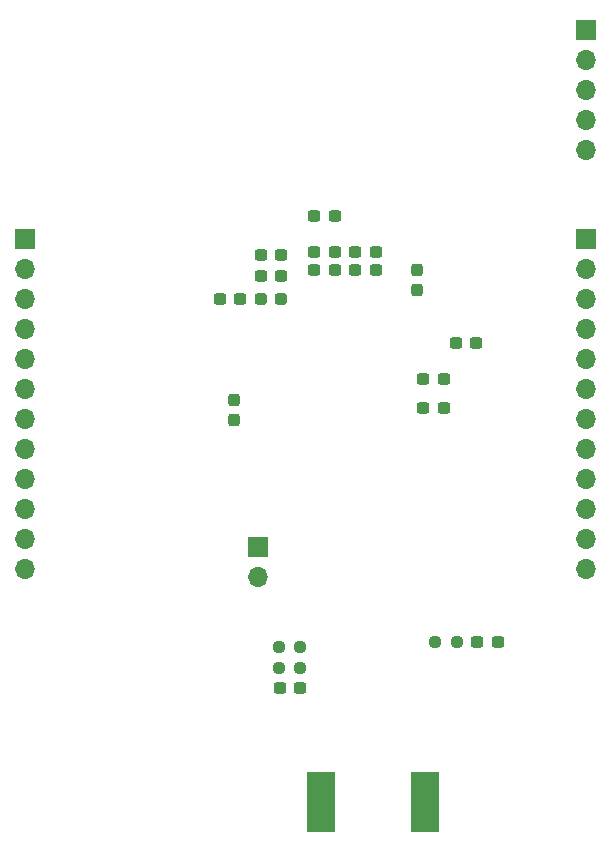
<source format=gbr>
%TF.GenerationSoftware,KiCad,Pcbnew,(6.0.4)*%
%TF.CreationDate,2022-04-28T19:14:27+02:00*%
%TF.ProjectId,MSK_RF,4d534b5f-5246-42e6-9b69-6361645f7063,rev?*%
%TF.SameCoordinates,Original*%
%TF.FileFunction,Soldermask,Bot*%
%TF.FilePolarity,Negative*%
%FSLAX46Y46*%
G04 Gerber Fmt 4.6, Leading zero omitted, Abs format (unit mm)*
G04 Created by KiCad (PCBNEW (6.0.4)) date 2022-04-28 19:14:27*
%MOMM*%
%LPD*%
G01*
G04 APERTURE LIST*
G04 Aperture macros list*
%AMRoundRect*
0 Rectangle with rounded corners*
0 $1 Rounding radius*
0 $2 $3 $4 $5 $6 $7 $8 $9 X,Y pos of 4 corners*
0 Add a 4 corners polygon primitive as box body*
4,1,4,$2,$3,$4,$5,$6,$7,$8,$9,$2,$3,0*
0 Add four circle primitives for the rounded corners*
1,1,$1+$1,$2,$3*
1,1,$1+$1,$4,$5*
1,1,$1+$1,$6,$7*
1,1,$1+$1,$8,$9*
0 Add four rect primitives between the rounded corners*
20,1,$1+$1,$2,$3,$4,$5,0*
20,1,$1+$1,$4,$5,$6,$7,0*
20,1,$1+$1,$6,$7,$8,$9,0*
20,1,$1+$1,$8,$9,$2,$3,0*%
G04 Aperture macros list end*
%ADD10R,2.420000X5.080000*%
%ADD11R,1.700000X1.700000*%
%ADD12O,1.700000X1.700000*%
%ADD13RoundRect,0.237500X-0.287500X-0.237500X0.287500X-0.237500X0.287500X0.237500X-0.287500X0.237500X0*%
%ADD14RoundRect,0.237500X-0.237500X0.300000X-0.237500X-0.300000X0.237500X-0.300000X0.237500X0.300000X0*%
%ADD15RoundRect,0.237500X-0.300000X-0.237500X0.300000X-0.237500X0.300000X0.237500X-0.300000X0.237500X0*%
%ADD16RoundRect,0.237500X0.300000X0.237500X-0.300000X0.237500X-0.300000X-0.237500X0.300000X-0.237500X0*%
%ADD17RoundRect,0.237500X0.250000X0.237500X-0.250000X0.237500X-0.250000X-0.237500X0.250000X-0.237500X0*%
%ADD18RoundRect,0.237500X0.237500X-0.300000X0.237500X0.300000X-0.237500X0.300000X-0.237500X-0.300000X0*%
G04 APERTURE END LIST*
D10*
%TO.C,J4*%
X64870000Y-142802260D03*
X73630000Y-142802260D03*
%TD*%
D11*
%TO.C,JP1*%
X59500000Y-121250000D03*
D12*
X59500000Y-123790000D03*
%TD*%
D11*
%TO.C,J2*%
X87250000Y-95180000D03*
D12*
X87250000Y-97720000D03*
X87250000Y-100260000D03*
X87250000Y-102800000D03*
X87250000Y-105340000D03*
X87250000Y-107880000D03*
X87250000Y-110420000D03*
X87250000Y-112960000D03*
X87250000Y-115500000D03*
X87250000Y-118040000D03*
X87250000Y-120580000D03*
X87250000Y-123120000D03*
%TD*%
D11*
%TO.C,J1*%
X87250000Y-77500000D03*
D12*
X87250000Y-80040000D03*
X87250000Y-82580000D03*
X87250000Y-85120000D03*
X87250000Y-87660000D03*
%TD*%
D11*
%TO.C,J3*%
X39750000Y-95180000D03*
D12*
X39750000Y-97720000D03*
X39750000Y-100260000D03*
X39750000Y-102800000D03*
X39750000Y-105340000D03*
X39750000Y-107880000D03*
X39750000Y-110420000D03*
X39750000Y-112960000D03*
X39750000Y-115500000D03*
X39750000Y-118040000D03*
X39750000Y-120580000D03*
X39750000Y-123120000D03*
%TD*%
D13*
%TO.C,L1*%
X59750000Y-100250000D03*
X61500000Y-100250000D03*
%TD*%
D14*
%TO.C,C22*%
X73000000Y-97775000D03*
X73000000Y-99500000D03*
%TD*%
D15*
%TO.C,C5*%
X73525000Y-107000000D03*
X75250000Y-107000000D03*
%TD*%
D16*
%TO.C,C3*%
X61475000Y-96500000D03*
X59750000Y-96500000D03*
%TD*%
D15*
%TO.C,C23*%
X67737500Y-97750000D03*
X69462500Y-97750000D03*
%TD*%
%TO.C,C21*%
X64275000Y-97750000D03*
X66000000Y-97750000D03*
%TD*%
D16*
%TO.C,C7*%
X75225000Y-109500000D03*
X73500000Y-109500000D03*
%TD*%
%TO.C,C8*%
X77975000Y-104000000D03*
X76250000Y-104000000D03*
%TD*%
D15*
%TO.C,C20*%
X67750000Y-96250000D03*
X69475000Y-96250000D03*
%TD*%
D17*
%TO.C,R5*%
X63100000Y-129700000D03*
X61275000Y-129700000D03*
%TD*%
D16*
%TO.C,C6*%
X58000000Y-100250000D03*
X56275000Y-100250000D03*
%TD*%
D15*
%TO.C,C19*%
X64275000Y-96250000D03*
X66000000Y-96250000D03*
%TD*%
D16*
%TO.C,C32*%
X79800000Y-129300000D03*
X78075000Y-129300000D03*
%TD*%
D15*
%TO.C,C31*%
X61375000Y-133200000D03*
X63100000Y-133200000D03*
%TD*%
%TO.C,C17*%
X64275000Y-93250000D03*
X66000000Y-93250000D03*
%TD*%
D17*
%TO.C,R6*%
X63100000Y-131450000D03*
X61275000Y-131450000D03*
%TD*%
%TO.C,R7*%
X76325000Y-129300000D03*
X74500000Y-129300000D03*
%TD*%
D16*
%TO.C,C4*%
X61475000Y-98250000D03*
X59750000Y-98250000D03*
%TD*%
D18*
%TO.C,C18*%
X57500000Y-110475000D03*
X57500000Y-108750000D03*
%TD*%
M02*

</source>
